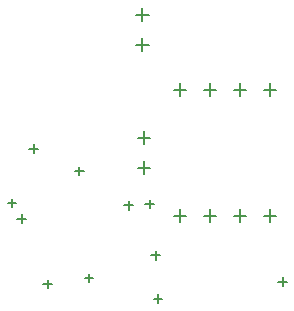
<source format=gbr>
G04 Layer_Color=128*
%FSLAX45Y45*%
%MOMM*%
%TF.FileFunction,Drillmap*%
%TF.Part,Single*%
G01*
G75*
%TA.AperFunction,NonConductor*%
%ADD48C,0.12700*%
D48*
X656700Y1371600D02*
X765700D01*
X711200Y1317100D02*
Y1426100D01*
X402700Y1371600D02*
X511700D01*
X457200Y1317100D02*
Y1426100D01*
X148700Y1371600D02*
X257700D01*
X203200Y1317100D02*
Y1426100D01*
X-105300Y1371600D02*
X3700D01*
X-50800Y1317100D02*
Y1426100D01*
X656700Y304800D02*
X765700D01*
X711200Y250300D02*
Y359300D01*
X402700Y304800D02*
X511700D01*
X457200Y250300D02*
Y359300D01*
X148700Y304800D02*
X257700D01*
X203200Y250300D02*
Y359300D01*
X-105300Y304800D02*
X3700D01*
X-50800Y250300D02*
Y359300D01*
X-410100Y965200D02*
X-301100D01*
X-355600Y910700D02*
Y1019700D01*
X-410100Y711200D02*
X-301100D01*
X-355600Y656700D02*
Y765700D01*
X-422800Y2006595D02*
X-313800D01*
X-368300Y1952095D02*
Y2061095D01*
X-422800Y1752595D02*
X-313800D01*
X-368300Y1698095D02*
Y1807095D01*
X-1325880Y871220D02*
X-1254760D01*
X-1290320Y835660D02*
Y906780D01*
X-342900Y403860D02*
X-271780D01*
X-307340Y368300D02*
Y439420D01*
X-520700Y391160D02*
X-449580D01*
X-485140Y355600D02*
Y426720D01*
X-937260Y683260D02*
X-866140D01*
X-901700Y647700D02*
Y718820D01*
X-1427480Y279400D02*
X-1356360D01*
X-1391920Y243840D02*
Y314960D01*
X-855980Y-223520D02*
X-784860D01*
X-820420Y-259080D02*
Y-187960D01*
X782320Y-254000D02*
X853440D01*
X817880Y-289560D02*
Y-218440D01*
X-1206500Y-274320D02*
X-1135380D01*
X-1170940Y-309880D02*
Y-238760D01*
X-292100Y-33020D02*
X-220980D01*
X-256540Y-68580D02*
Y2540D01*
X-271780Y-398780D02*
X-200660D01*
X-236220Y-434340D02*
Y-363220D01*
X-1508760Y408940D02*
X-1437640D01*
X-1473200Y373380D02*
Y444500D01*
%TF.MD5,3ae778e717b394575b03e49e527e7ef7*%
M02*

</source>
